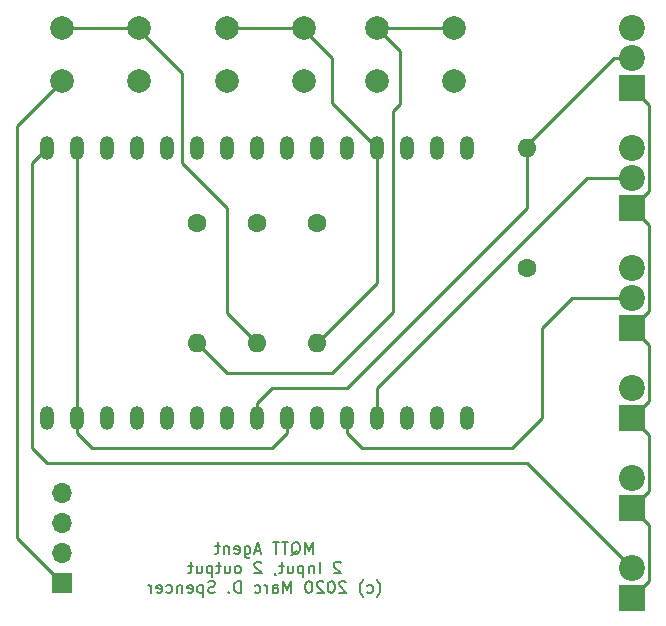
<source format=gbr>
%TF.GenerationSoftware,KiCad,Pcbnew,(5.1.6-0-10_14)*%
%TF.CreationDate,2020-09-21T00:36:23-04:00*%
%TF.ProjectId,MQTT Relay,4d515454-2052-4656-9c61-792e6b696361,rev?*%
%TF.SameCoordinates,Original*%
%TF.FileFunction,Copper,L2,Bot*%
%TF.FilePolarity,Positive*%
%FSLAX46Y46*%
G04 Gerber Fmt 4.6, Leading zero omitted, Abs format (unit mm)*
G04 Created by KiCad (PCBNEW (5.1.6-0-10_14)) date 2020-09-21 00:36:23*
%MOMM*%
%LPD*%
G01*
G04 APERTURE LIST*
%TA.AperFunction,NonConductor*%
%ADD10C,0.150000*%
%TD*%
%TA.AperFunction,ComponentPad*%
%ADD11O,1.200000X2.000000*%
%TD*%
%TA.AperFunction,ComponentPad*%
%ADD12C,2.000000*%
%TD*%
%TA.AperFunction,ComponentPad*%
%ADD13C,2.200000*%
%TD*%
%TA.AperFunction,ComponentPad*%
%ADD14R,2.200000X2.200000*%
%TD*%
%TA.AperFunction,ComponentPad*%
%ADD15O,1.700000X1.700000*%
%TD*%
%TA.AperFunction,ComponentPad*%
%ADD16R,1.700000X1.700000*%
%TD*%
%TA.AperFunction,ComponentPad*%
%ADD17O,1.600000X1.600000*%
%TD*%
%TA.AperFunction,ComponentPad*%
%ADD18C,1.600000*%
%TD*%
%TA.AperFunction,Conductor*%
%ADD19C,0.250000*%
%TD*%
G04 APERTURE END LIST*
D10*
X106282619Y-83892380D02*
X106282619Y-82892380D01*
X105949285Y-83606666D01*
X105615952Y-82892380D01*
X105615952Y-83892380D01*
X104473095Y-83987619D02*
X104568333Y-83940000D01*
X104663571Y-83844761D01*
X104806428Y-83701904D01*
X104901666Y-83654285D01*
X104996904Y-83654285D01*
X104949285Y-83892380D02*
X105044523Y-83844761D01*
X105139761Y-83749523D01*
X105187380Y-83559047D01*
X105187380Y-83225714D01*
X105139761Y-83035238D01*
X105044523Y-82940000D01*
X104949285Y-82892380D01*
X104758809Y-82892380D01*
X104663571Y-82940000D01*
X104568333Y-83035238D01*
X104520714Y-83225714D01*
X104520714Y-83559047D01*
X104568333Y-83749523D01*
X104663571Y-83844761D01*
X104758809Y-83892380D01*
X104949285Y-83892380D01*
X104235000Y-82892380D02*
X103663571Y-82892380D01*
X103949285Y-83892380D02*
X103949285Y-82892380D01*
X103473095Y-82892380D02*
X102901666Y-82892380D01*
X103187380Y-83892380D02*
X103187380Y-82892380D01*
X101854047Y-83606666D02*
X101377857Y-83606666D01*
X101949285Y-83892380D02*
X101615952Y-82892380D01*
X101282619Y-83892380D01*
X100520714Y-83225714D02*
X100520714Y-84035238D01*
X100568333Y-84130476D01*
X100615952Y-84178095D01*
X100711190Y-84225714D01*
X100854047Y-84225714D01*
X100949285Y-84178095D01*
X100520714Y-83844761D02*
X100615952Y-83892380D01*
X100806428Y-83892380D01*
X100901666Y-83844761D01*
X100949285Y-83797142D01*
X100996904Y-83701904D01*
X100996904Y-83416190D01*
X100949285Y-83320952D01*
X100901666Y-83273333D01*
X100806428Y-83225714D01*
X100615952Y-83225714D01*
X100520714Y-83273333D01*
X99663571Y-83844761D02*
X99758809Y-83892380D01*
X99949285Y-83892380D01*
X100044523Y-83844761D01*
X100092142Y-83749523D01*
X100092142Y-83368571D01*
X100044523Y-83273333D01*
X99949285Y-83225714D01*
X99758809Y-83225714D01*
X99663571Y-83273333D01*
X99615952Y-83368571D01*
X99615952Y-83463809D01*
X100092142Y-83559047D01*
X99187380Y-83225714D02*
X99187380Y-83892380D01*
X99187380Y-83320952D02*
X99139761Y-83273333D01*
X99044523Y-83225714D01*
X98901666Y-83225714D01*
X98806428Y-83273333D01*
X98758809Y-83368571D01*
X98758809Y-83892380D01*
X98425476Y-83225714D02*
X98044523Y-83225714D01*
X98282619Y-82892380D02*
X98282619Y-83749523D01*
X98235000Y-83844761D01*
X98139761Y-83892380D01*
X98044523Y-83892380D01*
X108639761Y-84637619D02*
X108592142Y-84590000D01*
X108496904Y-84542380D01*
X108258809Y-84542380D01*
X108163571Y-84590000D01*
X108115952Y-84637619D01*
X108068333Y-84732857D01*
X108068333Y-84828095D01*
X108115952Y-84970952D01*
X108687380Y-85542380D01*
X108068333Y-85542380D01*
X106877857Y-85542380D02*
X106877857Y-84542380D01*
X106401666Y-84875714D02*
X106401666Y-85542380D01*
X106401666Y-84970952D02*
X106354047Y-84923333D01*
X106258809Y-84875714D01*
X106115952Y-84875714D01*
X106020714Y-84923333D01*
X105973095Y-85018571D01*
X105973095Y-85542380D01*
X105496904Y-84875714D02*
X105496904Y-85875714D01*
X105496904Y-84923333D02*
X105401666Y-84875714D01*
X105211190Y-84875714D01*
X105115952Y-84923333D01*
X105068333Y-84970952D01*
X105020714Y-85066190D01*
X105020714Y-85351904D01*
X105068333Y-85447142D01*
X105115952Y-85494761D01*
X105211190Y-85542380D01*
X105401666Y-85542380D01*
X105496904Y-85494761D01*
X104163571Y-84875714D02*
X104163571Y-85542380D01*
X104592142Y-84875714D02*
X104592142Y-85399523D01*
X104544523Y-85494761D01*
X104449285Y-85542380D01*
X104306428Y-85542380D01*
X104211190Y-85494761D01*
X104163571Y-85447142D01*
X103830238Y-84875714D02*
X103449285Y-84875714D01*
X103687380Y-84542380D02*
X103687380Y-85399523D01*
X103639761Y-85494761D01*
X103544523Y-85542380D01*
X103449285Y-85542380D01*
X103068333Y-85494761D02*
X103068333Y-85542380D01*
X103115952Y-85637619D01*
X103163571Y-85685238D01*
X101925476Y-84637619D02*
X101877857Y-84590000D01*
X101782619Y-84542380D01*
X101544523Y-84542380D01*
X101449285Y-84590000D01*
X101401666Y-84637619D01*
X101354047Y-84732857D01*
X101354047Y-84828095D01*
X101401666Y-84970952D01*
X101973095Y-85542380D01*
X101354047Y-85542380D01*
X100020714Y-85542380D02*
X100115952Y-85494761D01*
X100163571Y-85447142D01*
X100211190Y-85351904D01*
X100211190Y-85066190D01*
X100163571Y-84970952D01*
X100115952Y-84923333D01*
X100020714Y-84875714D01*
X99877857Y-84875714D01*
X99782619Y-84923333D01*
X99735000Y-84970952D01*
X99687380Y-85066190D01*
X99687380Y-85351904D01*
X99735000Y-85447142D01*
X99782619Y-85494761D01*
X99877857Y-85542380D01*
X100020714Y-85542380D01*
X98830238Y-84875714D02*
X98830238Y-85542380D01*
X99258809Y-84875714D02*
X99258809Y-85399523D01*
X99211190Y-85494761D01*
X99115952Y-85542380D01*
X98973095Y-85542380D01*
X98877857Y-85494761D01*
X98830238Y-85447142D01*
X98496904Y-84875714D02*
X98115952Y-84875714D01*
X98354047Y-84542380D02*
X98354047Y-85399523D01*
X98306428Y-85494761D01*
X98211190Y-85542380D01*
X98115952Y-85542380D01*
X97782619Y-84875714D02*
X97782619Y-85875714D01*
X97782619Y-84923333D02*
X97687380Y-84875714D01*
X97496904Y-84875714D01*
X97401666Y-84923333D01*
X97354047Y-84970952D01*
X97306428Y-85066190D01*
X97306428Y-85351904D01*
X97354047Y-85447142D01*
X97401666Y-85494761D01*
X97496904Y-85542380D01*
X97687380Y-85542380D01*
X97782619Y-85494761D01*
X96449285Y-84875714D02*
X96449285Y-85542380D01*
X96877857Y-84875714D02*
X96877857Y-85399523D01*
X96830238Y-85494761D01*
X96735000Y-85542380D01*
X96592142Y-85542380D01*
X96496904Y-85494761D01*
X96449285Y-85447142D01*
X96115952Y-84875714D02*
X95735000Y-84875714D01*
X95973095Y-84542380D02*
X95973095Y-85399523D01*
X95925476Y-85494761D01*
X95830238Y-85542380D01*
X95735000Y-85542380D01*
X111711190Y-87573333D02*
X111758809Y-87525714D01*
X111854047Y-87382857D01*
X111901666Y-87287619D01*
X111949285Y-87144761D01*
X111996904Y-86906666D01*
X111996904Y-86716190D01*
X111949285Y-86478095D01*
X111901666Y-86335238D01*
X111854047Y-86240000D01*
X111758809Y-86097142D01*
X111711190Y-86049523D01*
X110901666Y-87144761D02*
X110996904Y-87192380D01*
X111187380Y-87192380D01*
X111282619Y-87144761D01*
X111330238Y-87097142D01*
X111377857Y-87001904D01*
X111377857Y-86716190D01*
X111330238Y-86620952D01*
X111282619Y-86573333D01*
X111187380Y-86525714D01*
X110996904Y-86525714D01*
X110901666Y-86573333D01*
X110568333Y-87573333D02*
X110520714Y-87525714D01*
X110425476Y-87382857D01*
X110377857Y-87287619D01*
X110330238Y-87144761D01*
X110282619Y-86906666D01*
X110282619Y-86716190D01*
X110330238Y-86478095D01*
X110377857Y-86335238D01*
X110425476Y-86240000D01*
X110520714Y-86097142D01*
X110568333Y-86049523D01*
X109092142Y-86287619D02*
X109044523Y-86240000D01*
X108949285Y-86192380D01*
X108711190Y-86192380D01*
X108615952Y-86240000D01*
X108568333Y-86287619D01*
X108520714Y-86382857D01*
X108520714Y-86478095D01*
X108568333Y-86620952D01*
X109139761Y-87192380D01*
X108520714Y-87192380D01*
X107901666Y-86192380D02*
X107806428Y-86192380D01*
X107711190Y-86240000D01*
X107663571Y-86287619D01*
X107615952Y-86382857D01*
X107568333Y-86573333D01*
X107568333Y-86811428D01*
X107615952Y-87001904D01*
X107663571Y-87097142D01*
X107711190Y-87144761D01*
X107806428Y-87192380D01*
X107901666Y-87192380D01*
X107996904Y-87144761D01*
X108044523Y-87097142D01*
X108092142Y-87001904D01*
X108139761Y-86811428D01*
X108139761Y-86573333D01*
X108092142Y-86382857D01*
X108044523Y-86287619D01*
X107996904Y-86240000D01*
X107901666Y-86192380D01*
X107187380Y-86287619D02*
X107139761Y-86240000D01*
X107044523Y-86192380D01*
X106806428Y-86192380D01*
X106711190Y-86240000D01*
X106663571Y-86287619D01*
X106615952Y-86382857D01*
X106615952Y-86478095D01*
X106663571Y-86620952D01*
X107235000Y-87192380D01*
X106615952Y-87192380D01*
X105996904Y-86192380D02*
X105901666Y-86192380D01*
X105806428Y-86240000D01*
X105758809Y-86287619D01*
X105711190Y-86382857D01*
X105663571Y-86573333D01*
X105663571Y-86811428D01*
X105711190Y-87001904D01*
X105758809Y-87097142D01*
X105806428Y-87144761D01*
X105901666Y-87192380D01*
X105996904Y-87192380D01*
X106092142Y-87144761D01*
X106139761Y-87097142D01*
X106187380Y-87001904D01*
X106235000Y-86811428D01*
X106235000Y-86573333D01*
X106187380Y-86382857D01*
X106139761Y-86287619D01*
X106092142Y-86240000D01*
X105996904Y-86192380D01*
X104473095Y-87192380D02*
X104473095Y-86192380D01*
X104139761Y-86906666D01*
X103806428Y-86192380D01*
X103806428Y-87192380D01*
X102901666Y-87192380D02*
X102901666Y-86668571D01*
X102949285Y-86573333D01*
X103044523Y-86525714D01*
X103235000Y-86525714D01*
X103330238Y-86573333D01*
X102901666Y-87144761D02*
X102996904Y-87192380D01*
X103235000Y-87192380D01*
X103330238Y-87144761D01*
X103377857Y-87049523D01*
X103377857Y-86954285D01*
X103330238Y-86859047D01*
X103235000Y-86811428D01*
X102996904Y-86811428D01*
X102901666Y-86763809D01*
X102425476Y-87192380D02*
X102425476Y-86525714D01*
X102425476Y-86716190D02*
X102377857Y-86620952D01*
X102330238Y-86573333D01*
X102235000Y-86525714D01*
X102139761Y-86525714D01*
X101377857Y-87144761D02*
X101473095Y-87192380D01*
X101663571Y-87192380D01*
X101758809Y-87144761D01*
X101806428Y-87097142D01*
X101854047Y-87001904D01*
X101854047Y-86716190D01*
X101806428Y-86620952D01*
X101758809Y-86573333D01*
X101663571Y-86525714D01*
X101473095Y-86525714D01*
X101377857Y-86573333D01*
X100187380Y-87192380D02*
X100187380Y-86192380D01*
X99949285Y-86192380D01*
X99806428Y-86240000D01*
X99711190Y-86335238D01*
X99663571Y-86430476D01*
X99615952Y-86620952D01*
X99615952Y-86763809D01*
X99663571Y-86954285D01*
X99711190Y-87049523D01*
X99806428Y-87144761D01*
X99949285Y-87192380D01*
X100187380Y-87192380D01*
X99187380Y-87097142D02*
X99139761Y-87144761D01*
X99187380Y-87192380D01*
X99235000Y-87144761D01*
X99187380Y-87097142D01*
X99187380Y-87192380D01*
X97996904Y-87144761D02*
X97854047Y-87192380D01*
X97615952Y-87192380D01*
X97520714Y-87144761D01*
X97473095Y-87097142D01*
X97425476Y-87001904D01*
X97425476Y-86906666D01*
X97473095Y-86811428D01*
X97520714Y-86763809D01*
X97615952Y-86716190D01*
X97806428Y-86668571D01*
X97901666Y-86620952D01*
X97949285Y-86573333D01*
X97996904Y-86478095D01*
X97996904Y-86382857D01*
X97949285Y-86287619D01*
X97901666Y-86240000D01*
X97806428Y-86192380D01*
X97568333Y-86192380D01*
X97425476Y-86240000D01*
X96996904Y-86525714D02*
X96996904Y-87525714D01*
X96996904Y-86573333D02*
X96901666Y-86525714D01*
X96711190Y-86525714D01*
X96615952Y-86573333D01*
X96568333Y-86620952D01*
X96520714Y-86716190D01*
X96520714Y-87001904D01*
X96568333Y-87097142D01*
X96615952Y-87144761D01*
X96711190Y-87192380D01*
X96901666Y-87192380D01*
X96996904Y-87144761D01*
X95711190Y-87144761D02*
X95806428Y-87192380D01*
X95996904Y-87192380D01*
X96092142Y-87144761D01*
X96139761Y-87049523D01*
X96139761Y-86668571D01*
X96092142Y-86573333D01*
X95996904Y-86525714D01*
X95806428Y-86525714D01*
X95711190Y-86573333D01*
X95663571Y-86668571D01*
X95663571Y-86763809D01*
X96139761Y-86859047D01*
X95235000Y-86525714D02*
X95235000Y-87192380D01*
X95235000Y-86620952D02*
X95187380Y-86573333D01*
X95092142Y-86525714D01*
X94949285Y-86525714D01*
X94854047Y-86573333D01*
X94806428Y-86668571D01*
X94806428Y-87192380D01*
X93901666Y-87144761D02*
X93996904Y-87192380D01*
X94187380Y-87192380D01*
X94282619Y-87144761D01*
X94330238Y-87097142D01*
X94377857Y-87001904D01*
X94377857Y-86716190D01*
X94330238Y-86620952D01*
X94282619Y-86573333D01*
X94187380Y-86525714D01*
X93996904Y-86525714D01*
X93901666Y-86573333D01*
X93092142Y-87144761D02*
X93187380Y-87192380D01*
X93377857Y-87192380D01*
X93473095Y-87144761D01*
X93520714Y-87049523D01*
X93520714Y-86668571D01*
X93473095Y-86573333D01*
X93377857Y-86525714D01*
X93187380Y-86525714D01*
X93092142Y-86573333D01*
X93044523Y-86668571D01*
X93044523Y-86763809D01*
X93520714Y-86859047D01*
X92615952Y-87192380D02*
X92615952Y-86525714D01*
X92615952Y-86716190D02*
X92568333Y-86620952D01*
X92520714Y-86573333D01*
X92425476Y-86525714D01*
X92330238Y-86525714D01*
D11*
%TO.P,A1,15*%
%TO.N,Net-(A1-Pad15)*%
X119380000Y-72390000D03*
%TO.P,A1,16*%
%TO.N,Net-(A1-Pad16)*%
X119380000Y-49530000D03*
%TO.P,A1,14*%
%TO.N,Net-(A1-Pad14)*%
X116840000Y-72390000D03*
%TO.P,A1,17*%
%TO.N,N/C*%
X116840000Y-49530000D03*
%TO.P,A1,13*%
%TO.N,Net-(A1-Pad13)*%
X114300000Y-72390000D03*
%TO.P,A1,18*%
%TO.N,N/C*%
X114300000Y-49530000D03*
%TO.P,A1,12*%
%TO.N,Net-(A1-Pad12)*%
X111760000Y-72390000D03*
%TO.P,A1,19*%
%TO.N,Net-(A1-Pad19)*%
X111760000Y-49530000D03*
%TO.P,A1,11*%
%TO.N,Net-(A1-Pad11)*%
X109220000Y-72390000D03*
%TO.P,A1,20*%
%TO.N,Net-(A1-Pad20)*%
X109220000Y-49530000D03*
%TO.P,A1,10*%
%TO.N,+3V3*%
X106680000Y-72390000D03*
%TO.P,A1,21*%
%TO.N,Net-(A1-Pad21)*%
X106680000Y-49530000D03*
%TO.P,A1,9*%
%TO.N,GND*%
X104140000Y-72390000D03*
%TO.P,A1,22*%
%TO.N,Net-(A1-Pad22)*%
X104140000Y-49530000D03*
%TO.P,A1,8*%
%TO.N,Net-(A1-Pad8)*%
X101600000Y-72390000D03*
%TO.P,A1,23*%
%TO.N,Net-(A1-Pad23)*%
X101600000Y-49530000D03*
%TO.P,A1,7*%
%TO.N,/~CFG*%
X99060000Y-72390000D03*
%TO.P,A1,24*%
%TO.N,Net-(A1-Pad24)*%
X99060000Y-49530000D03*
%TO.P,A1,6*%
%TO.N,Net-(A1-Pad6)*%
X96520000Y-72390000D03*
%TO.P,A1,25*%
%TO.N,GND*%
X96520000Y-49530000D03*
%TO.P,A1,5*%
%TO.N,Net-(A1-Pad5)*%
X93980000Y-72390000D03*
%TO.P,A1,26*%
%TO.N,+3V3*%
X93980000Y-49530000D03*
%TO.P,A1,4*%
%TO.N,Net-(A1-Pad4)*%
X91440000Y-72390000D03*
%TO.P,A1,27*%
%TO.N,Net-(A1-Pad27)*%
X91440000Y-49530000D03*
%TO.P,A1,3*%
%TO.N,Net-(A1-Pad3)*%
X88900000Y-72390000D03*
%TO.P,A1,28*%
%TO.N,Net-(A1-Pad28)*%
X88900000Y-49530000D03*
%TO.P,A1,2*%
%TO.N,GND*%
X86360000Y-72390000D03*
%TO.P,A1,29*%
X86360000Y-49530000D03*
%TO.P,A1,1*%
%TO.N,+3V3*%
X83820000Y-72390000D03*
%TO.P,A1,30*%
%TO.N,Net-(A1-Pad30)*%
X83820000Y-49530000D03*
%TD*%
D12*
%TO.P,SW2,1*%
%TO.N,Net-(A1-Pad6)*%
X118260000Y-39370000D03*
%TO.P,SW2,2*%
%TO.N,GND*%
X118260000Y-43870000D03*
%TO.P,SW2,1*%
%TO.N,Net-(A1-Pad6)*%
X111760000Y-39370000D03*
%TO.P,SW2,2*%
%TO.N,GND*%
X111760000Y-43870000D03*
%TD*%
D13*
%TO.P,J6,3*%
%TO.N,+3V3*%
X133350000Y-59690000D03*
%TO.P,J6,2*%
%TO.N,Net-(A1-Pad11)*%
X133350000Y-62230000D03*
D14*
%TO.P,J6,1*%
%TO.N,GND*%
X133350000Y-64770000D03*
%TD*%
D13*
%TO.P,J5,3*%
%TO.N,+3V3*%
X133350000Y-49530000D03*
%TO.P,J5,2*%
%TO.N,Net-(A1-Pad12)*%
X133350000Y-52070000D03*
D14*
%TO.P,J5,1*%
%TO.N,GND*%
X133350000Y-54610000D03*
%TD*%
D13*
%TO.P,J4,2*%
%TO.N,Net-(A1-Pad6)*%
X133350000Y-77470000D03*
D14*
%TO.P,J4,1*%
%TO.N,GND*%
X133350000Y-80010000D03*
%TD*%
D15*
%TO.P,U1,4*%
%TO.N,Net-(A1-Pad13)*%
X85090000Y-78740000D03*
%TO.P,U1,3*%
%TO.N,Net-(A1-Pad14)*%
X85090000Y-81280000D03*
%TO.P,U1,2*%
%TO.N,+3V3*%
X85090000Y-83820000D03*
D16*
%TO.P,U1,1*%
%TO.N,GND*%
X85090000Y-86360000D03*
%TD*%
D12*
%TO.P,SW3,1*%
%TO.N,/~CFG*%
X91590000Y-39370000D03*
%TO.P,SW3,2*%
%TO.N,GND*%
X91590000Y-43870000D03*
%TO.P,SW3,1*%
%TO.N,/~CFG*%
X85090000Y-39370000D03*
%TO.P,SW3,2*%
%TO.N,GND*%
X85090000Y-43870000D03*
%TD*%
%TO.P,SW1,1*%
%TO.N,Net-(A1-Pad19)*%
X105560000Y-39370000D03*
%TO.P,SW1,2*%
%TO.N,GND*%
X105560000Y-43870000D03*
%TO.P,SW1,1*%
%TO.N,Net-(A1-Pad19)*%
X99060000Y-39370000D03*
%TO.P,SW1,2*%
%TO.N,GND*%
X99060000Y-43870000D03*
%TD*%
D17*
%TO.P,R4,2*%
%TO.N,/~CFG*%
X101600000Y-66040000D03*
D18*
%TO.P,R4,1*%
%TO.N,+3V3*%
X101600000Y-55880000D03*
%TD*%
D17*
%TO.P,R3,2*%
%TO.N,Net-(A1-Pad6)*%
X96520000Y-66040000D03*
D18*
%TO.P,R3,1*%
%TO.N,+3V3*%
X96520000Y-55880000D03*
%TD*%
D17*
%TO.P,R2,2*%
%TO.N,Net-(A1-Pad19)*%
X106680000Y-66040000D03*
D18*
%TO.P,R2,1*%
%TO.N,+3V3*%
X106680000Y-55880000D03*
%TD*%
D17*
%TO.P,R1,2*%
%TO.N,Net-(A1-Pad8)*%
X124460000Y-49530000D03*
D18*
%TO.P,R1,1*%
%TO.N,+3V3*%
X124460000Y-59690000D03*
%TD*%
D13*
%TO.P,J3,2*%
%TO.N,Net-(A1-Pad19)*%
X133350000Y-69850000D03*
D14*
%TO.P,J3,1*%
%TO.N,GND*%
X133350000Y-72390000D03*
%TD*%
D13*
%TO.P,J2,3*%
%TO.N,+3V3*%
X133350000Y-39370000D03*
%TO.P,J2,2*%
%TO.N,Net-(A1-Pad8)*%
X133350000Y-41910000D03*
D14*
%TO.P,J2,1*%
%TO.N,GND*%
X133350000Y-44450000D03*
%TD*%
D13*
%TO.P,J1,2*%
%TO.N,Net-(A1-Pad30)*%
X133350000Y-85090000D03*
D14*
%TO.P,J1,1*%
%TO.N,GND*%
X133350000Y-87630000D03*
%TD*%
D19*
%TO.N,Net-(A1-Pad30)*%
X83820000Y-49530000D02*
X82550000Y-50800000D01*
X82550000Y-74930000D02*
X83820000Y-76200000D01*
X82550000Y-50800000D02*
X82550000Y-74930000D01*
X83820000Y-76200000D02*
X124460000Y-76200000D01*
X124460000Y-76200000D02*
X133350000Y-85090000D01*
%TO.N,GND*%
X86360000Y-49530000D02*
X86360000Y-72390000D01*
X134775001Y-73815001D02*
X133350000Y-72390000D01*
X134775001Y-78584999D02*
X134775001Y-73815001D01*
X133350000Y-80010000D02*
X134775001Y-78584999D01*
X134775001Y-66195001D02*
X133350000Y-64770000D01*
X134775001Y-70964999D02*
X134775001Y-66195001D01*
X133350000Y-72390000D02*
X134775001Y-70964999D01*
X102870000Y-74930000D02*
X104140000Y-73660000D01*
X86360000Y-73660000D02*
X87630000Y-74930000D01*
X104140000Y-73660000D02*
X104140000Y-72390000D01*
X87630000Y-74930000D02*
X102870000Y-74930000D01*
X86360000Y-72390000D02*
X86360000Y-73660000D01*
X133350000Y-44450000D02*
X133985000Y-44450000D01*
X134775001Y-56035001D02*
X134775001Y-63344999D01*
X133350000Y-54610000D02*
X134775001Y-56035001D01*
X134775001Y-63344999D02*
X133350000Y-64770000D01*
X134775001Y-53184999D02*
X134775001Y-45875001D01*
X133350000Y-54610000D02*
X134775001Y-53184999D01*
X134775001Y-45875001D02*
X133350000Y-44450000D01*
X133350000Y-80010000D02*
X134620000Y-81280000D01*
X134775001Y-81435001D02*
X133350000Y-80010000D01*
X134775001Y-86204999D02*
X134775001Y-81435001D01*
X133350000Y-87630000D02*
X134775001Y-86204999D01*
X85090000Y-86360000D02*
X81280000Y-82550000D01*
X81280000Y-47680000D02*
X85090000Y-43870000D01*
X81280000Y-82550000D02*
X81280000Y-47680000D01*
%TO.N,Net-(A1-Pad8)*%
X124460000Y-49244366D02*
X124460000Y-49530000D01*
X131794366Y-41910000D02*
X124460000Y-49244366D01*
X133350000Y-41910000D02*
X131794366Y-41910000D01*
X124460000Y-54610000D02*
X124460000Y-49530000D01*
X109220000Y-69850000D02*
X124460000Y-54610000D01*
X102870000Y-69850000D02*
X109220000Y-69850000D01*
X101600000Y-71120000D02*
X102870000Y-69850000D01*
X101600000Y-72390000D02*
X101600000Y-71120000D01*
%TO.N,Net-(A1-Pad19)*%
X111760000Y-60960000D02*
X106680000Y-66040000D01*
X111760000Y-49530000D02*
X111760000Y-60960000D01*
X107950000Y-45720000D02*
X111760000Y-49530000D01*
X99060000Y-39370000D02*
X105410000Y-39370000D01*
X105410000Y-39370000D02*
X107950000Y-41910000D01*
X107950000Y-41910000D02*
X107950000Y-45720000D01*
%TO.N,Net-(A1-Pad6)*%
X118260000Y-39370000D02*
X111760000Y-39370000D01*
X107950000Y-68580000D02*
X99060000Y-68580000D01*
X99060000Y-68580000D02*
X96520000Y-66040000D01*
X113085001Y-63444999D02*
X107950000Y-68580000D01*
X113085001Y-46410001D02*
X113085001Y-63444999D01*
X113665000Y-45830002D02*
X113085001Y-46410001D01*
X113665000Y-41275000D02*
X113665000Y-45830002D01*
X111760000Y-39370000D02*
X113665000Y-41275000D01*
%TO.N,Net-(A1-Pad12)*%
X129540000Y-52070000D02*
X133350000Y-52070000D01*
X111760000Y-69850000D02*
X129540000Y-52070000D01*
X111760000Y-72390000D02*
X111760000Y-69850000D01*
%TO.N,Net-(A1-Pad11)*%
X128270000Y-62230000D02*
X130810000Y-62230000D01*
X125730000Y-64770000D02*
X128270000Y-62230000D01*
X123190000Y-74930000D02*
X125730000Y-72390000D01*
X130810000Y-62230000D02*
X133350000Y-62230000D01*
X109220000Y-73660000D02*
X110490000Y-74930000D01*
X125730000Y-72390000D02*
X125730000Y-64770000D01*
X110490000Y-74930000D02*
X123190000Y-74930000D01*
X109220000Y-72390000D02*
X109220000Y-73660000D01*
%TO.N,/~CFG*%
X95250000Y-50800000D02*
X99060000Y-54610000D01*
X99060000Y-63500000D02*
X101600000Y-66040000D01*
X99060000Y-54610000D02*
X99060000Y-63500000D01*
X85090000Y-39370000D02*
X91440000Y-39370000D01*
X91440000Y-39370000D02*
X95250000Y-43180000D01*
X95250000Y-43180000D02*
X95250000Y-50800000D01*
%TD*%
M02*

</source>
